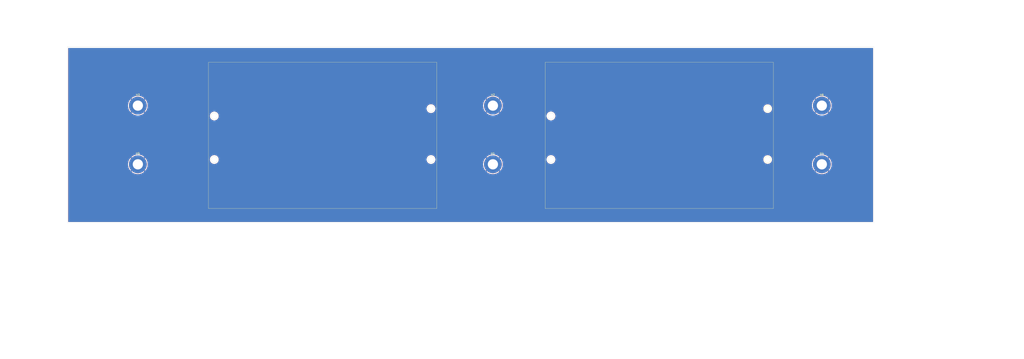
<source format=kicad_pcb>
(kicad_pcb (version 20171130) (host pcbnew "(5.1.10)-1")

  (general
    (thickness 1.6)
    (drawings 26)
    (tracks 0)
    (zones 0)
    (modules 6)
    (nets 2)
  )

  (page A4)
  (layers
    (0 F.Cu signal)
    (31 B.Cu signal)
    (32 B.Adhes user)
    (33 F.Adhes user)
    (34 B.Paste user)
    (35 F.Paste user)
    (36 B.SilkS user)
    (37 F.SilkS user)
    (38 B.Mask user)
    (39 F.Mask user)
    (40 Dwgs.User user)
    (41 Cmts.User user)
    (42 Eco1.User user)
    (43 Eco2.User user)
    (44 Edge.Cuts user)
    (45 Margin user)
    (46 B.CrtYd user)
    (47 F.CrtYd user)
    (48 B.Fab user)
    (49 F.Fab user)
  )

  (setup
    (last_trace_width 0.25)
    (trace_clearance 0.2)
    (zone_clearance 0.508)
    (zone_45_only no)
    (trace_min 0.2)
    (via_size 0.8)
    (via_drill 0.4)
    (via_min_size 0.4)
    (via_min_drill 0.3)
    (uvia_size 0.3)
    (uvia_drill 0.1)
    (uvias_allowed no)
    (uvia_min_size 0.2)
    (uvia_min_drill 0.1)
    (edge_width 0.05)
    (segment_width 0.2)
    (pcb_text_width 0.3)
    (pcb_text_size 1.5 1.5)
    (mod_edge_width 0.12)
    (mod_text_size 1 1)
    (mod_text_width 0.15)
    (pad_size 1.524 1.524)
    (pad_drill 0.762)
    (pad_to_mask_clearance 0)
    (aux_axis_origin 0 0)
    (visible_elements FFFFFF7F)
    (pcbplotparams
      (layerselection 0x010fc_ffffffff)
      (usegerberextensions false)
      (usegerberattributes true)
      (usegerberadvancedattributes true)
      (creategerberjobfile true)
      (excludeedgelayer true)
      (linewidth 0.100000)
      (plotframeref false)
      (viasonmask false)
      (mode 1)
      (useauxorigin false)
      (hpglpennumber 1)
      (hpglpenspeed 20)
      (hpglpendiameter 15.000000)
      (psnegative false)
      (psa4output false)
      (plotreference true)
      (plotvalue true)
      (plotinvisibletext false)
      (padsonsilk false)
      (subtractmaskfromsilk false)
      (outputformat 1)
      (mirror false)
      (drillshape 0)
      (scaleselection 1)
      (outputdirectory "gerber/"))
  )

  (net 0 "")
  (net 1 GND)

  (net_class Default "This is the default net class."
    (clearance 0.2)
    (trace_width 0.25)
    (via_dia 0.8)
    (via_drill 0.4)
    (uvia_dia 0.3)
    (uvia_drill 0.1)
    (add_net GND)
  )

  (module MountingHole:MountingHole_5.3mm_M5_DIN965_Pad (layer F.Cu) (tedit 56D1B4CB) (tstamp 6374BD90)
    (at 390 -60.66)
    (descr "Mounting Hole 5.3mm, M5, DIN965")
    (tags "mounting hole 5.3mm m5 din965")
    (path /637FD604)
    (attr virtual)
    (fp_text reference H6 (at 0 -5.6) (layer F.SilkS)
      (effects (font (size 1 1) (thickness 0.15)))
    )
    (fp_text value MountingHole_Pad (at 0 5.6) (layer F.Fab)
      (effects (font (size 1 1) (thickness 0.15)))
    )
    (fp_text user %R (at 0.3 0) (layer F.Fab)
      (effects (font (size 1 1) (thickness 0.15)))
    )
    (fp_circle (center 0 0) (end 4.6 0) (layer Cmts.User) (width 0.15))
    (fp_circle (center 0 0) (end 4.85 0) (layer F.CrtYd) (width 0.05))
    (pad 1 thru_hole circle (at 0 0) (size 9.2 9.2) (drill 5.3) (layers *.Cu *.Mask)
      (net 1 GND))
  )

  (module MountingHole:MountingHole_5.3mm_M5_DIN965_Pad (layer F.Cu) (tedit 56D1B4CB) (tstamp 6374BD88)
    (at 36.5 -30.33)
    (descr "Mounting Hole 5.3mm, M5, DIN965")
    (tags "mounting hole 5.3mm m5 din965")
    (path /637FD5FE)
    (attr virtual)
    (fp_text reference H5 (at 0 -5.6) (layer F.SilkS)
      (effects (font (size 1 1) (thickness 0.15)))
    )
    (fp_text value MountingHole_Pad (at 0 5.6) (layer F.Fab)
      (effects (font (size 1 1) (thickness 0.15)))
    )
    (fp_text user %R (at 0.3 0) (layer F.Fab)
      (effects (font (size 1 1) (thickness 0.15)))
    )
    (fp_circle (center 0 0) (end 4.6 0) (layer Cmts.User) (width 0.15))
    (fp_circle (center 0 0) (end 4.85 0) (layer F.CrtYd) (width 0.05))
    (pad 1 thru_hole circle (at 0 0) (size 9.2 9.2) (drill 5.3) (layers *.Cu *.Mask)
      (net 1 GND))
  )

  (module MountingHole:MountingHole_5.3mm_M5_DIN965_Pad (layer F.Cu) (tedit 56D1B4CB) (tstamp 6374BD80)
    (at 390 -30.33)
    (descr "Mounting Hole 5.3mm, M5, DIN965")
    (tags "mounting hole 5.3mm m5 din965")
    (path /637FD5F8)
    (attr virtual)
    (fp_text reference H4 (at 0 -5.6) (layer F.SilkS)
      (effects (font (size 1 1) (thickness 0.15)))
    )
    (fp_text value MountingHole_Pad (at 0 5.6) (layer F.Fab)
      (effects (font (size 1 1) (thickness 0.15)))
    )
    (fp_text user %R (at 0.3 0) (layer F.Fab)
      (effects (font (size 1 1) (thickness 0.15)))
    )
    (fp_circle (center 0 0) (end 4.6 0) (layer Cmts.User) (width 0.15))
    (fp_circle (center 0 0) (end 4.85 0) (layer F.CrtYd) (width 0.05))
    (pad 1 thru_hole circle (at 0 0) (size 9.2 9.2) (drill 5.3) (layers *.Cu *.Mask)
      (net 1 GND))
  )

  (module MountingHole:MountingHole_5.3mm_M5_DIN965_Pad (layer F.Cu) (tedit 56D1B4CB) (tstamp 6374BD78)
    (at 36.5 -60.66)
    (descr "Mounting Hole 5.3mm, M5, DIN965")
    (tags "mounting hole 5.3mm m5 din965")
    (path /637FBD27)
    (attr virtual)
    (fp_text reference H3 (at 0 -5.6) (layer F.SilkS)
      (effects (font (size 1 1) (thickness 0.15)))
    )
    (fp_text value MountingHole_Pad (at 0 5.6) (layer F.Fab)
      (effects (font (size 1 1) (thickness 0.15)))
    )
    (fp_text user %R (at 0.3 0) (layer F.Fab)
      (effects (font (size 1 1) (thickness 0.15)))
    )
    (fp_circle (center 0 0) (end 4.6 0) (layer Cmts.User) (width 0.15))
    (fp_circle (center 0 0) (end 4.85 0) (layer F.CrtYd) (width 0.05))
    (pad 1 thru_hole circle (at 0 0) (size 9.2 9.2) (drill 5.3) (layers *.Cu *.Mask)
      (net 1 GND))
  )

  (module MountingHole:MountingHole_5.3mm_M5_DIN965_Pad (layer F.Cu) (tedit 56D1B4CB) (tstamp 6374BD70)
    (at 220 -60.66)
    (descr "Mounting Hole 5.3mm, M5, DIN965")
    (tags "mounting hole 5.3mm m5 din965")
    (path /637FB564)
    (attr virtual)
    (fp_text reference H2 (at 0 -5.6) (layer F.SilkS)
      (effects (font (size 1 1) (thickness 0.15)))
    )
    (fp_text value MountingHole_Pad (at 0 5.6) (layer F.Fab)
      (effects (font (size 1 1) (thickness 0.15)))
    )
    (fp_text user %R (at 0.3 0) (layer F.Fab)
      (effects (font (size 1 1) (thickness 0.15)))
    )
    (fp_circle (center 0 0) (end 4.6 0) (layer Cmts.User) (width 0.15))
    (fp_circle (center 0 0) (end 4.85 0) (layer F.CrtYd) (width 0.05))
    (pad 1 thru_hole circle (at 0 0) (size 9.2 9.2) (drill 5.3) (layers *.Cu *.Mask)
      (net 1 GND))
  )

  (module MountingHole:MountingHole_5.3mm_M5_DIN965_Pad (layer F.Cu) (tedit 56D1B4CB) (tstamp 6374BD68)
    (at 220 -30.33)
    (descr "Mounting Hole 5.3mm, M5, DIN965")
    (tags "mounting hole 5.3mm m5 din965")
    (path /637FA493)
    (attr virtual)
    (fp_text reference H1 (at 0 -5.6) (layer F.SilkS)
      (effects (font (size 1 1) (thickness 0.15)))
    )
    (fp_text value MountingHole_Pad (at 0 5.6) (layer F.Fab)
      (effects (font (size 1 1) (thickness 0.15)))
    )
    (fp_text user %R (at 0.3 0) (layer F.Fab)
      (effects (font (size 1 1) (thickness 0.15)))
    )
    (fp_circle (center 0 0) (end 4.6 0) (layer Cmts.User) (width 0.15))
    (fp_circle (center 0 0) (end 4.85 0) (layer F.CrtYd) (width 0.05))
    (pad 1 thru_hole circle (at 0 0) (size 9.2 9.2) (drill 5.3) (layers *.Cu *.Mask)
      (net 1 GND))
  )

  (gr_poly (pts (xy 2 0) (xy 0 0) (xy 0 -91) (xy 2 -91)) (layer F.Mask) (width 0.1))
  (gr_poly (pts (xy 417 0) (xy 415 0) (xy 415 -91) (xy 417 -91)) (layer F.Mask) (width 0.1))
  (gr_poly (pts (xy 365 -7.5) (xy 247 -7.5) (xy 247 -83) (xy 365 -83)) (layer F.Mask) (width 0.1))
  (gr_poly (pts (xy 191 -7.5) (xy 73 -7.5) (xy 73 -83) (xy 191 -83)) (layer F.Mask) (width 0.1))
  (gr_circle (center 362 -32.8) (end 363.75 -32.8) (layer Edge.Cuts) (width 0.05) (tstamp 6374BF7A))
  (gr_circle (center 362 -59.1) (end 363.75 -59.1) (layer Edge.Cuts) (width 0.05))
  (gr_circle (center 76 -32.8) (end 77.75 -32.8) (layer Edge.Cuts) (width 0.12) (tstamp 6374BF0C))
  (gr_circle (center 188 -59.1) (end 189.75 -59.1) (layer Edge.Cuts) (width 0.12) (tstamp 6374BF03))
  (gr_circle (center 188 -32.8) (end 189.75 -32.8) (layer Edge.Cuts) (width 0.12) (tstamp 6374BF09))
  (gr_circle (center 76 -55.3) (end 77.75 -55.3) (layer Edge.Cuts) (width 0.12) (tstamp 6374BF0F))
  (gr_line (start 73 -7.5) (end 191 -7.5) (layer F.SilkS) (width 0.12) (tstamp 6374BF00))
  (gr_line (start 191 -83) (end 191 -7.5) (layer F.SilkS) (width 0.12) (tstamp 6374BF12))
  (gr_line (start 73 -83) (end 73 -7.5) (layer F.SilkS) (width 0.12) (tstamp 6374BEFD))
  (gr_line (start 73 -83) (end 191 -83) (layer F.SilkS) (width 0.12) (tstamp 6374BF06))
  (gr_circle (center 250 -55.3) (end 251.75 -55.3) (layer Edge.Cuts) (width 0.12) (tstamp 6374BE63))
  (gr_circle (center 250 -32.8) (end 251.75 -32.8) (layer Edge.Cuts) (width 0.12) (tstamp 6374BE63))
  (gr_circle (center 362 -59.1) (end 363.75 -59.1) (layer F.SilkS) (width 0.12) (tstamp 6374BE1A))
  (gr_circle (center 362 -32.8) (end 363.75 -32.8) (layer F.SilkS) (width 0.12) (tstamp 6374BE03))
  (gr_line (start 247 -7.5) (end 365 -7.5) (layer F.SilkS) (width 0.12) (tstamp 6374BDE6))
  (gr_line (start 247 -83) (end 247 -7.5) (layer F.SilkS) (width 0.12) (tstamp 6374BDE1))
  (gr_line (start 365 -83) (end 365 -7.5) (layer F.SilkS) (width 0.12))
  (gr_line (start 247 -83) (end 365 -83) (layer F.SilkS) (width 0.12))
  (gr_line (start 0 0) (end 0 -91) (layer Edge.Cuts) (width 0.05) (tstamp 6374195A))
  (gr_line (start 0 0) (end 417 0) (layer Edge.Cuts) (width 0.05) (tstamp 63741959))
  (gr_line (start 417 0) (end 417 -91) (layer Edge.Cuts) (width 0.05) (tstamp 63741958))
  (gr_line (start 0 -91) (end 417 -91) (layer Edge.Cuts) (width 0.1) (tstamp 63741957))

  (zone (net 1) (net_name GND) (layer F.Cu) (tstamp 6374C1F7) (hatch edge 0.508)
    (connect_pads (clearance 0.508))
    (min_thickness 0.254)
    (fill yes (arc_segments 32) (thermal_gap 0.508) (thermal_bridge_width 0.508))
    (polygon
      (pts
        (xy 494.5 68) (xy -25.75 68) (xy -25.75 -112) (xy 494.5 -112)
      )
    )
    (filled_polygon
      (pts
        (xy 416.34 -0.66) (xy 0.66 -0.66) (xy 0.66 -26.633954) (xy 32.983559 -26.633954) (xy 33.511702 -26.000895)
        (xy 34.413688 -25.501089) (xy 35.39585 -25.186856) (xy 36.420443 -25.070271) (xy 37.448094 -25.155814) (xy 38.43931 -25.440199)
        (xy 39.356 -25.912496) (xy 39.488298 -26.000895) (xy 40.016441 -26.633954) (xy 216.483559 -26.633954) (xy 217.011702 -26.000895)
        (xy 217.913688 -25.501089) (xy 218.89585 -25.186856) (xy 219.920443 -25.070271) (xy 220.948094 -25.155814) (xy 221.93931 -25.440199)
        (xy 222.856 -25.912496) (xy 222.988298 -26.000895) (xy 223.516441 -26.633954) (xy 386.483559 -26.633954) (xy 387.011702 -26.000895)
        (xy 387.913688 -25.501089) (xy 388.89585 -25.186856) (xy 389.920443 -25.070271) (xy 390.948094 -25.155814) (xy 391.93931 -25.440199)
        (xy 392.856 -25.912496) (xy 392.988298 -26.000895) (xy 393.516441 -26.633954) (xy 390 -30.150395) (xy 386.483559 -26.633954)
        (xy 223.516441 -26.633954) (xy 220 -30.150395) (xy 216.483559 -26.633954) (xy 40.016441 -26.633954) (xy 36.5 -30.150395)
        (xy 32.983559 -26.633954) (xy 0.66 -26.633954) (xy 0.66 -30.409557) (xy 31.240271 -30.409557) (xy 31.325814 -29.381906)
        (xy 31.610199 -28.39069) (xy 32.082496 -27.474) (xy 32.170895 -27.341702) (xy 32.803954 -26.813559) (xy 36.320395 -30.33)
        (xy 36.679605 -30.33) (xy 40.196046 -26.813559) (xy 40.829105 -27.341702) (xy 41.328911 -28.243688) (xy 41.643144 -29.22585)
        (xy 41.759729 -30.250443) (xy 41.674186 -31.278094) (xy 41.389801 -32.26931) (xy 40.991896 -33.041612) (xy 73.54687 -33.041612)
        (xy 73.54687 -32.558388) (xy 73.641142 -32.084448) (xy 73.826064 -31.638007) (xy 74.094529 -31.236221) (xy 74.436221 -30.894529)
        (xy 74.838007 -30.626064) (xy 75.284448 -30.441142) (xy 75.758388 -30.34687) (xy 76.241612 -30.34687) (xy 76.715552 -30.441142)
        (xy 77.161993 -30.626064) (xy 77.563779 -30.894529) (xy 77.905471 -31.236221) (xy 78.173936 -31.638007) (xy 78.358858 -32.084448)
        (xy 78.45313 -32.558388) (xy 78.45313 -33.041612) (xy 185.54687 -33.041612) (xy 185.54687 -32.558388) (xy 185.641142 -32.084448)
        (xy 185.826064 -31.638007) (xy 186.094529 -31.236221) (xy 186.436221 -30.894529) (xy 186.838007 -30.626064) (xy 187.284448 -30.441142)
        (xy 187.758388 -30.34687) (xy 188.241612 -30.34687) (xy 188.556762 -30.409557) (xy 214.740271 -30.409557) (xy 214.825814 -29.381906)
        (xy 215.110199 -28.39069) (xy 215.582496 -27.474) (xy 215.670895 -27.341702) (xy 216.303954 -26.813559) (xy 219.820395 -30.33)
        (xy 220.179605 -30.33) (xy 223.696046 -26.813559) (xy 224.329105 -27.341702) (xy 224.828911 -28.243688) (xy 225.143144 -29.22585)
        (xy 225.259729 -30.250443) (xy 225.174186 -31.278094) (xy 224.889801 -32.26931) (xy 224.491896 -33.041612) (xy 247.54687 -33.041612)
        (xy 247.54687 -32.558388) (xy 247.641142 -32.084448) (xy 247.826064 -31.638007) (xy 248.094529 -31.236221) (xy 248.436221 -30.894529)
        (xy 248.838007 -30.626064) (xy 249.284448 -30.441142) (xy 249.758388 -30.34687) (xy 250.241612 -30.34687) (xy 250.715552 -30.441142)
        (xy 251.161993 -30.626064) (xy 251.563779 -30.894529) (xy 251.905471 -31.236221) (xy 252.173936 -31.638007) (xy 252.358858 -32.084448)
        (xy 252.45313 -32.558388) (xy 252.45313 -33.038182) (xy 359.581701 -33.038182) (xy 359.581701 -32.561818) (xy 359.674635 -32.094608)
        (xy 359.856931 -31.654506) (xy 360.121585 -31.258424) (xy 360.458424 -30.921585) (xy 360.854506 -30.656931) (xy 361.294608 -30.474635)
        (xy 361.761818 -30.381701) (xy 362.238182 -30.381701) (xy 362.378223 -30.409557) (xy 384.740271 -30.409557) (xy 384.825814 -29.381906)
        (xy 385.110199 -28.39069) (xy 385.582496 -27.474) (xy 385.670895 -27.341702) (xy 386.303954 -26.813559) (xy 389.820395 -30.33)
        (xy 390.179605 -30.33) (xy 393.696046 -26.813559) (xy 394.329105 -27.341702) (xy 394.828911 -28.243688) (xy 395.143144 -29.22585)
        (xy 395.259729 -30.250443) (xy 395.174186 -31.278094) (xy 394.889801 -32.26931) (xy 394.417504 -33.186) (xy 394.329105 -33.318298)
        (xy 393.696046 -33.846441) (xy 390.179605 -30.33) (xy 389.820395 -30.33) (xy 386.303954 -33.846441) (xy 385.670895 -33.318298)
        (xy 385.171089 -32.416312) (xy 384.856856 -31.43415) (xy 384.740271 -30.409557) (xy 362.378223 -30.409557) (xy 362.705392 -30.474635)
        (xy 363.145494 -30.656931) (xy 363.541576 -30.921585) (xy 363.878415 -31.258424) (xy 364.143069 -31.654506) (xy 364.325365 -32.094608)
        (xy 364.418299 -32.561818) (xy 364.418299 -33.038182) (xy 364.325365 -33.505392) (xy 364.143069 -33.945494) (xy 364.089246 -34.026046)
        (xy 386.483559 -34.026046) (xy 390 -30.509605) (xy 393.516441 -34.026046) (xy 392.988298 -34.659105) (xy 392.086312 -35.158911)
        (xy 391.10415 -35.473144) (xy 390.079557 -35.589729) (xy 389.051906 -35.504186) (xy 388.06069 -35.219801) (xy 387.144 -34.747504)
        (xy 387.011702 -34.659105) (xy 386.483559 -34.026046) (xy 364.089246 -34.026046) (xy 363.878415 -34.341576) (xy 363.541576 -34.678415)
        (xy 363.145494 -34.943069) (xy 362.705392 -35.125365) (xy 362.238182 -35.218299) (xy 361.761818 -35.218299) (xy 361.294608 -35.125365)
        (xy 360.854506 -34.943069) (xy 360.458424 -34.678415) (xy 360.121585 -34.341576) (xy 359.856931 -33.945494) (xy 359.674635 -33.505392)
        (xy 359.581701 -33.038182) (xy 252.45313 -33.038182) (xy 252.45313 -33.041612) (xy 252.358858 -33.515552) (xy 252.173936 -33.961993)
        (xy 251.905471 -34.363779) (xy 251.563779 -34.705471) (xy 251.161993 -34.973936) (xy 250.715552 -35.158858) (xy 250.241612 -35.25313)
        (xy 249.758388 -35.25313) (xy 249.284448 -35.158858) (xy 248.838007 -34.973936) (xy 248.436221 -34.705471) (xy 248.094529 -34.363779)
        (xy 247.826064 -33.961993) (xy 247.641142 -33.515552) (xy 247.54687 -33.041612) (xy 224.491896 -33.041612) (xy 224.417504 -33.186)
        (xy 224.329105 -33.318298) (xy 223.696046 -33.846441) (xy 220.179605 -30.33) (xy 219.820395 -30.33) (xy 216.303954 -33.846441)
        (xy 215.670895 -33.318298) (xy 215.171089 -32.416312) (xy 214.856856 -31.43415) (xy 214.740271 -30.409557) (xy 188.556762 -30.409557)
        (xy 188.715552 -30.441142) (xy 189.161993 -30.626064) (xy 189.563779 -30.894529) (xy 189.905471 -31.236221) (xy 190.173936 -31.638007)
        (xy 190.358858 -32.084448) (xy 190.45313 -32.558388) (xy 190.45313 -33.041612) (xy 190.358858 -33.515552) (xy 190.173936 -33.961993)
        (xy 190.131138 -34.026046) (xy 216.483559 -34.026046) (xy 220 -30.509605) (xy 223.516441 -34.026046) (xy 222.988298 -34.659105)
        (xy 222.086312 -35.158911) (xy 221.10415 -35.473144) (xy 220.079557 -35.589729) (xy 219.051906 -35.504186) (xy 218.06069 -35.219801)
        (xy 217.144 -34.747504) (xy 217.011702 -34.659105) (xy 216.483559 -34.026046) (xy 190.131138 -34.026046) (xy 189.905471 -34.363779)
        (xy 189.563779 -34.705471) (xy 189.161993 -34.973936) (xy 188.715552 -35.158858) (xy 188.241612 -35.25313) (xy 187.758388 -35.25313)
        (xy 187.284448 -35.158858) (xy 186.838007 -34.973936) (xy 186.436221 -34.705471) (xy 186.094529 -34.363779) (xy 185.826064 -33.961993)
        (xy 185.641142 -33.515552) (xy 185.54687 -33.041612) (xy 78.45313 -33.041612) (xy 78.358858 -33.515552) (xy 78.173936 -33.961993)
        (xy 77.905471 -34.363779) (xy 77.563779 -34.705471) (xy 77.161993 -34.973936) (xy 76.715552 -35.158858) (xy 76.241612 -35.25313)
        (xy 75.758388 -35.25313) (xy 75.284448 -35.158858) (xy 74.838007 -34.973936) (xy 74.436221 -34.705471) (xy 74.094529 -34.363779)
        (xy 73.826064 -33.961993) (xy 73.641142 -33.515552) (xy 73.54687 -33.041612) (xy 40.991896 -33.041612) (xy 40.917504 -33.186)
        (xy 40.829105 -33.318298) (xy 40.196046 -33.846441) (xy 36.679605 -30.33) (xy 36.320395 -30.33) (xy 32.803954 -33.846441)
        (xy 32.170895 -33.318298) (xy 31.671089 -32.416312) (xy 31.356856 -31.43415) (xy 31.240271 -30.409557) (xy 0.66 -30.409557)
        (xy 0.66 -34.026046) (xy 32.983559 -34.026046) (xy 36.5 -30.509605) (xy 40.016441 -34.026046) (xy 39.488298 -34.659105)
        (xy 38.586312 -35.158911) (xy 37.60415 -35.473144) (xy 36.579557 -35.589729) (xy 35.551906 -35.504186) (xy 34.56069 -35.219801)
        (xy 33.644 -34.747504) (xy 33.511702 -34.659105) (xy 32.983559 -34.026046) (xy 0.66 -34.026046) (xy 0.66 -56.963954)
        (xy 32.983559 -56.963954) (xy 33.511702 -56.330895) (xy 34.413688 -55.831089) (xy 35.39585 -55.516856) (xy 36.420443 -55.400271)
        (xy 37.448094 -55.485814) (xy 37.642576 -55.541612) (xy 73.54687 -55.541612) (xy 73.54687 -55.058388) (xy 73.641142 -54.584448)
        (xy 73.826064 -54.138007) (xy 74.094529 -53.736221) (xy 74.436221 -53.394529) (xy 74.838007 -53.126064) (xy 75.284448 -52.941142)
        (xy 75.758388 -52.84687) (xy 76.241612 -52.84687) (xy 76.715552 -52.941142) (xy 77.161993 -53.126064) (xy 77.563779 -53.394529)
        (xy 77.905471 -53.736221) (xy 78.173936 -54.138007) (xy 78.358858 -54.584448) (xy 78.45313 -55.058388) (xy 78.45313 -55.541612)
        (xy 78.358858 -56.015552) (xy 78.173936 -56.461993) (xy 77.905471 -56.863779) (xy 77.563779 -57.205471) (xy 77.161993 -57.473936)
        (xy 76.715552 -57.658858) (xy 76.241612 -57.75313) (xy 75.758388 -57.75313) (xy 75.284448 -57.658858) (xy 74.838007 -57.473936)
        (xy 74.436221 -57.205471) (xy 74.094529 -56.863779) (xy 73.826064 -56.461993) (xy 73.641142 -56.015552) (xy 73.54687 -55.541612)
        (xy 37.642576 -55.541612) (xy 38.43931 -55.770199) (xy 39.356 -56.242496) (xy 39.488298 -56.330895) (xy 40.016441 -56.963954)
        (xy 36.5 -60.480395) (xy 32.983559 -56.963954) (xy 0.66 -56.963954) (xy 0.66 -60.739557) (xy 31.240271 -60.739557)
        (xy 31.325814 -59.711906) (xy 31.610199 -58.72069) (xy 32.082496 -57.804) (xy 32.170895 -57.671702) (xy 32.803954 -57.143559)
        (xy 36.320395 -60.66) (xy 36.679605 -60.66) (xy 40.196046 -57.143559) (xy 40.829105 -57.671702) (xy 41.328911 -58.573688)
        (xy 41.5746 -59.341612) (xy 185.54687 -59.341612) (xy 185.54687 -58.858388) (xy 185.641142 -58.384448) (xy 185.826064 -57.938007)
        (xy 186.094529 -57.536221) (xy 186.436221 -57.194529) (xy 186.838007 -56.926064) (xy 187.284448 -56.741142) (xy 187.758388 -56.64687)
        (xy 188.241612 -56.64687) (xy 188.715552 -56.741142) (xy 189.161993 -56.926064) (xy 189.218699 -56.963954) (xy 216.483559 -56.963954)
        (xy 217.011702 -56.330895) (xy 217.913688 -55.831089) (xy 218.89585 -55.516856) (xy 219.920443 -55.400271) (xy 220.948094 -55.485814)
        (xy 221.142576 -55.541612) (xy 247.54687 -55.541612) (xy 247.54687 -55.058388) (xy 247.641142 -54.584448) (xy 247.826064 -54.138007)
        (xy 248.094529 -53.736221) (xy 248.436221 -53.394529) (xy 248.838007 -53.126064) (xy 249.284448 -52.941142) (xy 249.758388 -52.84687)
        (xy 250.241612 -52.84687) (xy 250.715552 -52.941142) (xy 251.161993 -53.126064) (xy 251.563779 -53.394529) (xy 251.905471 -53.736221)
        (xy 252.173936 -54.138007) (xy 252.358858 -54.584448) (xy 252.45313 -55.058388) (xy 252.45313 -55.541612) (xy 252.358858 -56.015552)
        (xy 252.173936 -56.461993) (xy 251.905471 -56.863779) (xy 251.563779 -57.205471) (xy 251.161993 -57.473936) (xy 250.715552 -57.658858)
        (xy 250.241612 -57.75313) (xy 249.758388 -57.75313) (xy 249.284448 -57.658858) (xy 248.838007 -57.473936) (xy 248.436221 -57.205471)
        (xy 248.094529 -56.863779) (xy 247.826064 -56.461993) (xy 247.641142 -56.015552) (xy 247.54687 -55.541612) (xy 221.142576 -55.541612)
        (xy 221.93931 -55.770199) (xy 222.856 -56.242496) (xy 222.988298 -56.330895) (xy 223.516441 -56.963954) (xy 220 -60.480395)
        (xy 216.483559 -56.963954) (xy 189.218699 -56.963954) (xy 189.563779 -57.194529) (xy 189.905471 -57.536221) (xy 190.173936 -57.938007)
        (xy 190.358858 -58.384448) (xy 190.45313 -58.858388) (xy 190.45313 -59.341612) (xy 190.358858 -59.815552) (xy 190.173936 -60.261993)
        (xy 189.905471 -60.663779) (xy 189.829693 -60.739557) (xy 214.740271 -60.739557) (xy 214.825814 -59.711906) (xy 215.110199 -58.72069)
        (xy 215.582496 -57.804) (xy 215.670895 -57.671702) (xy 216.303954 -57.143559) (xy 219.820395 -60.66) (xy 220.179605 -60.66)
        (xy 223.696046 -57.143559) (xy 224.329105 -57.671702) (xy 224.828911 -58.573688) (xy 225.073503 -59.338182) (xy 359.581701 -59.338182)
        (xy 359.581701 -58.861818) (xy 359.674635 -58.394608) (xy 359.856931 -57.954506) (xy 360.121585 -57.558424) (xy 360.458424 -57.221585)
        (xy 360.854506 -56.956931) (xy 361.294608 -56.774635) (xy 361.761818 -56.681701) (xy 362.238182 -56.681701) (xy 362.705392 -56.774635)
        (xy 363.145494 -56.956931) (xy 363.156004 -56.963954) (xy 386.483559 -56.963954) (xy 387.011702 -56.330895) (xy 387.913688 -55.831089)
        (xy 388.89585 -55.516856) (xy 389.920443 -55.400271) (xy 390.948094 -55.485814) (xy 391.93931 -55.770199) (xy 392.856 -56.242496)
        (xy 392.988298 -56.330895) (xy 393.516441 -56.963954) (xy 390 -60.480395) (xy 386.483559 -56.963954) (xy 363.156004 -56.963954)
        (xy 363.541576 -57.221585) (xy 363.878415 -57.558424) (xy 364.143069 -57.954506) (xy 364.325365 -58.394608) (xy 364.418299 -58.861818)
        (xy 364.418299 -59.338182) (xy 364.325365 -59.805392) (xy 364.143069 -60.245494) (xy 363.878415 -60.641576) (xy 363.780434 -60.739557)
        (xy 384.740271 -60.739557) (xy 384.825814 -59.711906) (xy 385.110199 -58.72069) (xy 385.582496 -57.804) (xy 385.670895 -57.671702)
        (xy 386.303954 -57.143559) (xy 389.820395 -60.66) (xy 390.179605 -60.66) (xy 393.696046 -57.143559) (xy 394.329105 -57.671702)
        (xy 394.828911 -58.573688) (xy 395.143144 -59.55585) (xy 395.259729 -60.580443) (xy 395.174186 -61.608094) (xy 394.889801 -62.59931)
        (xy 394.417504 -63.516) (xy 394.329105 -63.648298) (xy 393.696046 -64.176441) (xy 390.179605 -60.66) (xy 389.820395 -60.66)
        (xy 386.303954 -64.176441) (xy 385.670895 -63.648298) (xy 385.171089 -62.746312) (xy 384.856856 -61.76415) (xy 384.740271 -60.739557)
        (xy 363.780434 -60.739557) (xy 363.541576 -60.978415) (xy 363.145494 -61.243069) (xy 362.705392 -61.425365) (xy 362.238182 -61.518299)
        (xy 361.761818 -61.518299) (xy 361.294608 -61.425365) (xy 360.854506 -61.243069) (xy 360.458424 -60.978415) (xy 360.121585 -60.641576)
        (xy 359.856931 -60.245494) (xy 359.674635 -59.805392) (xy 359.581701 -59.338182) (xy 225.073503 -59.338182) (xy 225.143144 -59.55585)
        (xy 225.259729 -60.580443) (xy 225.174186 -61.608094) (xy 224.889801 -62.59931) (xy 224.417504 -63.516) (xy 224.329105 -63.648298)
        (xy 223.696046 -64.176441) (xy 220.179605 -60.66) (xy 219.820395 -60.66) (xy 216.303954 -64.176441) (xy 215.670895 -63.648298)
        (xy 215.171089 -62.746312) (xy 214.856856 -61.76415) (xy 214.740271 -60.739557) (xy 189.829693 -60.739557) (xy 189.563779 -61.005471)
        (xy 189.161993 -61.273936) (xy 188.715552 -61.458858) (xy 188.241612 -61.55313) (xy 187.758388 -61.55313) (xy 187.284448 -61.458858)
        (xy 186.838007 -61.273936) (xy 186.436221 -61.005471) (xy 186.094529 -60.663779) (xy 185.826064 -60.261993) (xy 185.641142 -59.815552)
        (xy 185.54687 -59.341612) (xy 41.5746 -59.341612) (xy 41.643144 -59.55585) (xy 41.759729 -60.580443) (xy 41.674186 -61.608094)
        (xy 41.389801 -62.59931) (xy 40.917504 -63.516) (xy 40.829105 -63.648298) (xy 40.196046 -64.176441) (xy 36.679605 -60.66)
        (xy 36.320395 -60.66) (xy 32.803954 -64.176441) (xy 32.170895 -63.648298) (xy 31.671089 -62.746312) (xy 31.356856 -61.76415)
        (xy 31.240271 -60.739557) (xy 0.66 -60.739557) (xy 0.66 -64.356046) (xy 32.983559 -64.356046) (xy 36.5 -60.839605)
        (xy 40.016441 -64.356046) (xy 216.483559 -64.356046) (xy 220 -60.839605) (xy 223.516441 -64.356046) (xy 386.483559 -64.356046)
        (xy 390 -60.839605) (xy 393.516441 -64.356046) (xy 392.988298 -64.989105) (xy 392.086312 -65.488911) (xy 391.10415 -65.803144)
        (xy 390.079557 -65.919729) (xy 389.051906 -65.834186) (xy 388.06069 -65.549801) (xy 387.144 -65.077504) (xy 387.011702 -64.989105)
        (xy 386.483559 -64.356046) (xy 223.516441 -64.356046) (xy 222.988298 -64.989105) (xy 222.086312 -65.488911) (xy 221.10415 -65.803144)
        (xy 220.079557 -65.919729) (xy 219.051906 -65.834186) (xy 218.06069 -65.549801) (xy 217.144 -65.077504) (xy 217.011702 -64.989105)
        (xy 216.483559 -64.356046) (xy 40.016441 -64.356046) (xy 39.488298 -64.989105) (xy 38.586312 -65.488911) (xy 37.60415 -65.803144)
        (xy 36.579557 -65.919729) (xy 35.551906 -65.834186) (xy 34.56069 -65.549801) (xy 33.644 -65.077504) (xy 33.511702 -64.989105)
        (xy 32.983559 -64.356046) (xy 0.66 -64.356046) (xy 0.66 -90.315) (xy 416.340001 -90.315)
      )
    )
  )
  (zone (net 1) (net_name GND) (layer B.Cu) (tstamp 6374C1F4) (hatch edge 0.508)
    (connect_pads (clearance 0.508))
    (min_thickness 0.254)
    (fill yes (arc_segments 32) (thermal_gap 0.508) (thermal_bridge_width 0.508))
    (polygon
      (pts
        (xy 491.5 70.25) (xy -34.75 70.25) (xy -25.75 -115.25) (xy 491.5 -115.25)
      )
    )
    (filled_polygon
      (pts
        (xy 416.34 -0.66) (xy 0.66 -0.66) (xy 0.66 -26.633954) (xy 32.983559 -26.633954) (xy 33.511702 -26.000895)
        (xy 34.413688 -25.501089) (xy 35.39585 -25.186856) (xy 36.420443 -25.070271) (xy 37.448094 -25.155814) (xy 38.43931 -25.440199)
        (xy 39.356 -25.912496) (xy 39.488298 -26.000895) (xy 40.016441 -26.633954) (xy 216.483559 -26.633954) (xy 217.011702 -26.000895)
        (xy 217.913688 -25.501089) (xy 218.89585 -25.186856) (xy 219.920443 -25.070271) (xy 220.948094 -25.155814) (xy 221.93931 -25.440199)
        (xy 222.856 -25.912496) (xy 222.988298 -26.000895) (xy 223.516441 -26.633954) (xy 386.483559 -26.633954) (xy 387.011702 -26.000895)
        (xy 387.913688 -25.501089) (xy 388.89585 -25.186856) (xy 389.920443 -25.070271) (xy 390.948094 -25.155814) (xy 391.93931 -25.440199)
        (xy 392.856 -25.912496) (xy 392.988298 -26.000895) (xy 393.516441 -26.633954) (xy 390 -30.150395) (xy 386.483559 -26.633954)
        (xy 223.516441 -26.633954) (xy 220 -30.150395) (xy 216.483559 -26.633954) (xy 40.016441 -26.633954) (xy 36.5 -30.150395)
        (xy 32.983559 -26.633954) (xy 0.66 -26.633954) (xy 0.66 -30.409557) (xy 31.240271 -30.409557) (xy 31.325814 -29.381906)
        (xy 31.610199 -28.39069) (xy 32.082496 -27.474) (xy 32.170895 -27.341702) (xy 32.803954 -26.813559) (xy 36.320395 -30.33)
        (xy 36.679605 -30.33) (xy 40.196046 -26.813559) (xy 40.829105 -27.341702) (xy 41.328911 -28.243688) (xy 41.643144 -29.22585)
        (xy 41.759729 -30.250443) (xy 41.674186 -31.278094) (xy 41.389801 -32.26931) (xy 40.991896 -33.041612) (xy 73.54687 -33.041612)
        (xy 73.54687 -32.558388) (xy 73.641142 -32.084448) (xy 73.826064 -31.638007) (xy 74.094529 -31.236221) (xy 74.436221 -30.894529)
        (xy 74.838007 -30.626064) (xy 75.284448 -30.441142) (xy 75.758388 -30.34687) (xy 76.241612 -30.34687) (xy 76.715552 -30.441142)
        (xy 77.161993 -30.626064) (xy 77.563779 -30.894529) (xy 77.905471 -31.236221) (xy 78.173936 -31.638007) (xy 78.358858 -32.084448)
        (xy 78.45313 -32.558388) (xy 78.45313 -33.041612) (xy 185.54687 -33.041612) (xy 185.54687 -32.558388) (xy 185.641142 -32.084448)
        (xy 185.826064 -31.638007) (xy 186.094529 -31.236221) (xy 186.436221 -30.894529) (xy 186.838007 -30.626064) (xy 187.284448 -30.441142)
        (xy 187.758388 -30.34687) (xy 188.241612 -30.34687) (xy 188.556762 -30.409557) (xy 214.740271 -30.409557) (xy 214.825814 -29.381906)
        (xy 215.110199 -28.39069) (xy 215.582496 -27.474) (xy 215.670895 -27.341702) (xy 216.303954 -26.813559) (xy 219.820395 -30.33)
        (xy 220.179605 -30.33) (xy 223.696046 -26.813559) (xy 224.329105 -27.341702) (xy 224.828911 -28.243688) (xy 225.143144 -29.22585)
        (xy 225.259729 -30.250443) (xy 225.174186 -31.278094) (xy 224.889801 -32.26931) (xy 224.491896 -33.041612) (xy 247.54687 -33.041612)
        (xy 247.54687 -32.558388) (xy 247.641142 -32.084448) (xy 247.826064 -31.638007) (xy 248.094529 -31.236221) (xy 248.436221 -30.894529)
        (xy 248.838007 -30.626064) (xy 249.284448 -30.441142) (xy 249.758388 -30.34687) (xy 250.241612 -30.34687) (xy 250.715552 -30.441142)
        (xy 251.161993 -30.626064) (xy 251.563779 -30.894529) (xy 251.905471 -31.236221) (xy 252.173936 -31.638007) (xy 252.358858 -32.084448)
        (xy 252.45313 -32.558388) (xy 252.45313 -33.038182) (xy 359.581701 -33.038182) (xy 359.581701 -32.561818) (xy 359.674635 -32.094608)
        (xy 359.856931 -31.654506) (xy 360.121585 -31.258424) (xy 360.458424 -30.921585) (xy 360.854506 -30.656931) (xy 361.294608 -30.474635)
        (xy 361.761818 -30.381701) (xy 362.238182 -30.381701) (xy 362.378223 -30.409557) (xy 384.740271 -30.409557) (xy 384.825814 -29.381906)
        (xy 385.110199 -28.39069) (xy 385.582496 -27.474) (xy 385.670895 -27.341702) (xy 386.303954 -26.813559) (xy 389.820395 -30.33)
        (xy 390.179605 -30.33) (xy 393.696046 -26.813559) (xy 394.329105 -27.341702) (xy 394.828911 -28.243688) (xy 395.143144 -29.22585)
        (xy 395.259729 -30.250443) (xy 395.174186 -31.278094) (xy 394.889801 -32.26931) (xy 394.417504 -33.186) (xy 394.329105 -33.318298)
        (xy 393.696046 -33.846441) (xy 390.179605 -30.33) (xy 389.820395 -30.33) (xy 386.303954 -33.846441) (xy 385.670895 -33.318298)
        (xy 385.171089 -32.416312) (xy 384.856856 -31.43415) (xy 384.740271 -30.409557) (xy 362.378223 -30.409557) (xy 362.705392 -30.474635)
        (xy 363.145494 -30.656931) (xy 363.541576 -30.921585) (xy 363.878415 -31.258424) (xy 364.143069 -31.654506) (xy 364.325365 -32.094608)
        (xy 364.418299 -32.561818) (xy 364.418299 -33.038182) (xy 364.325365 -33.505392) (xy 364.143069 -33.945494) (xy 364.089246 -34.026046)
        (xy 386.483559 -34.026046) (xy 390 -30.509605) (xy 393.516441 -34.026046) (xy 392.988298 -34.659105) (xy 392.086312 -35.158911)
        (xy 391.10415 -35.473144) (xy 390.079557 -35.589729) (xy 389.051906 -35.504186) (xy 388.06069 -35.219801) (xy 387.144 -34.747504)
        (xy 387.011702 -34.659105) (xy 386.483559 -34.026046) (xy 364.089246 -34.026046) (xy 363.878415 -34.341576) (xy 363.541576 -34.678415)
        (xy 363.145494 -34.943069) (xy 362.705392 -35.125365) (xy 362.238182 -35.218299) (xy 361.761818 -35.218299) (xy 361.294608 -35.125365)
        (xy 360.854506 -34.943069) (xy 360.458424 -34.678415) (xy 360.121585 -34.341576) (xy 359.856931 -33.945494) (xy 359.674635 -33.505392)
        (xy 359.581701 -33.038182) (xy 252.45313 -33.038182) (xy 252.45313 -33.041612) (xy 252.358858 -33.515552) (xy 252.173936 -33.961993)
        (xy 251.905471 -34.363779) (xy 251.563779 -34.705471) (xy 251.161993 -34.973936) (xy 250.715552 -35.158858) (xy 250.241612 -35.25313)
        (xy 249.758388 -35.25313) (xy 249.284448 -35.158858) (xy 248.838007 -34.973936) (xy 248.436221 -34.705471) (xy 248.094529 -34.363779)
        (xy 247.826064 -33.961993) (xy 247.641142 -33.515552) (xy 247.54687 -33.041612) (xy 224.491896 -33.041612) (xy 224.417504 -33.186)
        (xy 224.329105 -33.318298) (xy 223.696046 -33.846441) (xy 220.179605 -30.33) (xy 219.820395 -30.33) (xy 216.303954 -33.846441)
        (xy 215.670895 -33.318298) (xy 215.171089 -32.416312) (xy 214.856856 -31.43415) (xy 214.740271 -30.409557) (xy 188.556762 -30.409557)
        (xy 188.715552 -30.441142) (xy 189.161993 -30.626064) (xy 189.563779 -30.894529) (xy 189.905471 -31.236221) (xy 190.173936 -31.638007)
        (xy 190.358858 -32.084448) (xy 190.45313 -32.558388) (xy 190.45313 -33.041612) (xy 190.358858 -33.515552) (xy 190.173936 -33.961993)
        (xy 190.131138 -34.026046) (xy 216.483559 -34.026046) (xy 220 -30.509605) (xy 223.516441 -34.026046) (xy 222.988298 -34.659105)
        (xy 222.086312 -35.158911) (xy 221.10415 -35.473144) (xy 220.079557 -35.589729) (xy 219.051906 -35.504186) (xy 218.06069 -35.219801)
        (xy 217.144 -34.747504) (xy 217.011702 -34.659105) (xy 216.483559 -34.026046) (xy 190.131138 -34.026046) (xy 189.905471 -34.363779)
        (xy 189.563779 -34.705471) (xy 189.161993 -34.973936) (xy 188.715552 -35.158858) (xy 188.241612 -35.25313) (xy 187.758388 -35.25313)
        (xy 187.284448 -35.158858) (xy 186.838007 -34.973936) (xy 186.436221 -34.705471) (xy 186.094529 -34.363779) (xy 185.826064 -33.961993)
        (xy 185.641142 -33.515552) (xy 185.54687 -33.041612) (xy 78.45313 -33.041612) (xy 78.358858 -33.515552) (xy 78.173936 -33.961993)
        (xy 77.905471 -34.363779) (xy 77.563779 -34.705471) (xy 77.161993 -34.973936) (xy 76.715552 -35.158858) (xy 76.241612 -35.25313)
        (xy 75.758388 -35.25313) (xy 75.284448 -35.158858) (xy 74.838007 -34.973936) (xy 74.436221 -34.705471) (xy 74.094529 -34.363779)
        (xy 73.826064 -33.961993) (xy 73.641142 -33.515552) (xy 73.54687 -33.041612) (xy 40.991896 -33.041612) (xy 40.917504 -33.186)
        (xy 40.829105 -33.318298) (xy 40.196046 -33.846441) (xy 36.679605 -30.33) (xy 36.320395 -30.33) (xy 32.803954 -33.846441)
        (xy 32.170895 -33.318298) (xy 31.671089 -32.416312) (xy 31.356856 -31.43415) (xy 31.240271 -30.409557) (xy 0.66 -30.409557)
        (xy 0.66 -34.026046) (xy 32.983559 -34.026046) (xy 36.5 -30.509605) (xy 40.016441 -34.026046) (xy 39.488298 -34.659105)
        (xy 38.586312 -35.158911) (xy 37.60415 -35.473144) (xy 36.579557 -35.589729) (xy 35.551906 -35.504186) (xy 34.56069 -35.219801)
        (xy 33.644 -34.747504) (xy 33.511702 -34.659105) (xy 32.983559 -34.026046) (xy 0.66 -34.026046) (xy 0.66 -56.963954)
        (xy 32.983559 -56.963954) (xy 33.511702 -56.330895) (xy 34.413688 -55.831089) (xy 35.39585 -55.516856) (xy 36.420443 -55.400271)
        (xy 37.448094 -55.485814) (xy 37.642576 -55.541612) (xy 73.54687 -55.541612) (xy 73.54687 -55.058388) (xy 73.641142 -54.584448)
        (xy 73.826064 -54.138007) (xy 74.094529 -53.736221) (xy 74.436221 -53.394529) (xy 74.838007 -53.126064) (xy 75.284448 -52.941142)
        (xy 75.758388 -52.84687) (xy 76.241612 -52.84687) (xy 76.715552 -52.941142) (xy 77.161993 -53.126064) (xy 77.563779 -53.394529)
        (xy 77.905471 -53.736221) (xy 78.173936 -54.138007) (xy 78.358858 -54.584448) (xy 78.45313 -55.058388) (xy 78.45313 -55.541612)
        (xy 78.358858 -56.015552) (xy 78.173936 -56.461993) (xy 77.905471 -56.863779) (xy 77.563779 -57.205471) (xy 77.161993 -57.473936)
        (xy 76.715552 -57.658858) (xy 76.241612 -57.75313) (xy 75.758388 -57.75313) (xy 75.284448 -57.658858) (xy 74.838007 -57.473936)
        (xy 74.436221 -57.205471) (xy 74.094529 -56.863779) (xy 73.826064 -56.461993) (xy 73.641142 -56.015552) (xy 73.54687 -55.541612)
        (xy 37.642576 -55.541612) (xy 38.43931 -55.770199) (xy 39.356 -56.242496) (xy 39.488298 -56.330895) (xy 40.016441 -56.963954)
        (xy 36.5 -60.480395) (xy 32.983559 -56.963954) (xy 0.66 -56.963954) (xy 0.66 -60.739557) (xy 31.240271 -60.739557)
        (xy 31.325814 -59.711906) (xy 31.610199 -58.72069) (xy 32.082496 -57.804) (xy 32.170895 -57.671702) (xy 32.803954 -57.143559)
        (xy 36.320395 -60.66) (xy 36.679605 -60.66) (xy 40.196046 -57.143559) (xy 40.829105 -57.671702) (xy 41.328911 -58.573688)
        (xy 41.5746 -59.341612) (xy 185.54687 -59.341612) (xy 185.54687 -58.858388) (xy 185.641142 -58.384448) (xy 185.826064 -57.938007)
        (xy 186.094529 -57.536221) (xy 186.436221 -57.194529) (xy 186.838007 -56.926064) (xy 187.284448 -56.741142) (xy 187.758388 -56.64687)
        (xy 188.241612 -56.64687) (xy 188.715552 -56.741142) (xy 189.161993 -56.926064) (xy 189.218699 -56.963954) (xy 216.483559 -56.963954)
        (xy 217.011702 -56.330895) (xy 217.913688 -55.831089) (xy 218.89585 -55.516856) (xy 219.920443 -55.400271) (xy 220.948094 -55.485814)
        (xy 221.142576 -55.541612) (xy 247.54687 -55.541612) (xy 247.54687 -55.058388) (xy 247.641142 -54.584448) (xy 247.826064 -54.138007)
        (xy 248.094529 -53.736221) (xy 248.436221 -53.394529) (xy 248.838007 -53.126064) (xy 249.284448 -52.941142) (xy 249.758388 -52.84687)
        (xy 250.241612 -52.84687) (xy 250.715552 -52.941142) (xy 251.161993 -53.126064) (xy 251.563779 -53.394529) (xy 251.905471 -53.736221)
        (xy 252.173936 -54.138007) (xy 252.358858 -54.584448) (xy 252.45313 -55.058388) (xy 252.45313 -55.541612) (xy 252.358858 -56.015552)
        (xy 252.173936 -56.461993) (xy 251.905471 -56.863779) (xy 251.563779 -57.205471) (xy 251.161993 -57.473936) (xy 250.715552 -57.658858)
        (xy 250.241612 -57.75313) (xy 249.758388 -57.75313) (xy 249.284448 -57.658858) (xy 248.838007 -57.473936) (xy 248.436221 -57.205471)
        (xy 248.094529 -56.863779) (xy 247.826064 -56.461993) (xy 247.641142 -56.015552) (xy 247.54687 -55.541612) (xy 221.142576 -55.541612)
        (xy 221.93931 -55.770199) (xy 222.856 -56.242496) (xy 222.988298 -56.330895) (xy 223.516441 -56.963954) (xy 220 -60.480395)
        (xy 216.483559 -56.963954) (xy 189.218699 -56.963954) (xy 189.563779 -57.194529) (xy 189.905471 -57.536221) (xy 190.173936 -57.938007)
        (xy 190.358858 -58.384448) (xy 190.45313 -58.858388) (xy 190.45313 -59.341612) (xy 190.358858 -59.815552) (xy 190.173936 -60.261993)
        (xy 189.905471 -60.663779) (xy 189.829693 -60.739557) (xy 214.740271 -60.739557) (xy 214.825814 -59.711906) (xy 215.110199 -58.72069)
        (xy 215.582496 -57.804) (xy 215.670895 -57.671702) (xy 216.303954 -57.143559) (xy 219.820395 -60.66) (xy 220.179605 -60.66)
        (xy 223.696046 -57.143559) (xy 224.329105 -57.671702) (xy 224.828911 -58.573688) (xy 225.073503 -59.338182) (xy 359.581701 -59.338182)
        (xy 359.581701 -58.861818) (xy 359.674635 -58.394608) (xy 359.856931 -57.954506) (xy 360.121585 -57.558424) (xy 360.458424 -57.221585)
        (xy 360.854506 -56.956931) (xy 361.294608 -56.774635) (xy 361.761818 -56.681701) (xy 362.238182 -56.681701) (xy 362.705392 -56.774635)
        (xy 363.145494 -56.956931) (xy 363.156004 -56.963954) (xy 386.483559 -56.963954) (xy 387.011702 -56.330895) (xy 387.913688 -55.831089)
        (xy 388.89585 -55.516856) (xy 389.920443 -55.400271) (xy 390.948094 -55.485814) (xy 391.93931 -55.770199) (xy 392.856 -56.242496)
        (xy 392.988298 -56.330895) (xy 393.516441 -56.963954) (xy 390 -60.480395) (xy 386.483559 -56.963954) (xy 363.156004 -56.963954)
        (xy 363.541576 -57.221585) (xy 363.878415 -57.558424) (xy 364.143069 -57.954506) (xy 364.325365 -58.394608) (xy 364.418299 -58.861818)
        (xy 364.418299 -59.338182) (xy 364.325365 -59.805392) (xy 364.143069 -60.245494) (xy 363.878415 -60.641576) (xy 363.780434 -60.739557)
        (xy 384.740271 -60.739557) (xy 384.825814 -59.711906) (xy 385.110199 -58.72069) (xy 385.582496 -57.804) (xy 385.670895 -57.671702)
        (xy 386.303954 -57.143559) (xy 389.820395 -60.66) (xy 390.179605 -60.66) (xy 393.696046 -57.143559) (xy 394.329105 -57.671702)
        (xy 394.828911 -58.573688) (xy 395.143144 -59.55585) (xy 395.259729 -60.580443) (xy 395.174186 -61.608094) (xy 394.889801 -62.59931)
        (xy 394.417504 -63.516) (xy 394.329105 -63.648298) (xy 393.696046 -64.176441) (xy 390.179605 -60.66) (xy 389.820395 -60.66)
        (xy 386.303954 -64.176441) (xy 385.670895 -63.648298) (xy 385.171089 -62.746312) (xy 384.856856 -61.76415) (xy 384.740271 -60.739557)
        (xy 363.780434 -60.739557) (xy 363.541576 -60.978415) (xy 363.145494 -61.243069) (xy 362.705392 -61.425365) (xy 362.238182 -61.518299)
        (xy 361.761818 -61.518299) (xy 361.294608 -61.425365) (xy 360.854506 -61.243069) (xy 360.458424 -60.978415) (xy 360.121585 -60.641576)
        (xy 359.856931 -60.245494) (xy 359.674635 -59.805392) (xy 359.581701 -59.338182) (xy 225.073503 -59.338182) (xy 225.143144 -59.55585)
        (xy 225.259729 -60.580443) (xy 225.174186 -61.608094) (xy 224.889801 -62.59931) (xy 224.417504 -63.516) (xy 224.329105 -63.648298)
        (xy 223.696046 -64.176441) (xy 220.179605 -60.66) (xy 219.820395 -60.66) (xy 216.303954 -64.176441) (xy 215.670895 -63.648298)
        (xy 215.171089 -62.746312) (xy 214.856856 -61.76415) (xy 214.740271 -60.739557) (xy 189.829693 -60.739557) (xy 189.563779 -61.005471)
        (xy 189.161993 -61.273936) (xy 188.715552 -61.458858) (xy 188.241612 -61.55313) (xy 187.758388 -61.55313) (xy 187.284448 -61.458858)
        (xy 186.838007 -61.273936) (xy 186.436221 -61.005471) (xy 186.094529 -60.663779) (xy 185.826064 -60.261993) (xy 185.641142 -59.815552)
        (xy 185.54687 -59.341612) (xy 41.5746 -59.341612) (xy 41.643144 -59.55585) (xy 41.759729 -60.580443) (xy 41.674186 -61.608094)
        (xy 41.389801 -62.59931) (xy 40.917504 -63.516) (xy 40.829105 -63.648298) (xy 40.196046 -64.176441) (xy 36.679605 -60.66)
        (xy 36.320395 -60.66) (xy 32.803954 -64.176441) (xy 32.170895 -63.648298) (xy 31.671089 -62.746312) (xy 31.356856 -61.76415)
        (xy 31.240271 -60.739557) (xy 0.66 -60.739557) (xy 0.66 -64.356046) (xy 32.983559 -64.356046) (xy 36.5 -60.839605)
        (xy 40.016441 -64.356046) (xy 216.483559 -64.356046) (xy 220 -60.839605) (xy 223.516441 -64.356046) (xy 386.483559 -64.356046)
        (xy 390 -60.839605) (xy 393.516441 -64.356046) (xy 392.988298 -64.989105) (xy 392.086312 -65.488911) (xy 391.10415 -65.803144)
        (xy 390.079557 -65.919729) (xy 389.051906 -65.834186) (xy 388.06069 -65.549801) (xy 387.144 -65.077504) (xy 387.011702 -64.989105)
        (xy 386.483559 -64.356046) (xy 223.516441 -64.356046) (xy 222.988298 -64.989105) (xy 222.086312 -65.488911) (xy 221.10415 -65.803144)
        (xy 220.079557 -65.919729) (xy 219.051906 -65.834186) (xy 218.06069 -65.549801) (xy 217.144 -65.077504) (xy 217.011702 -64.989105)
        (xy 216.483559 -64.356046) (xy 40.016441 -64.356046) (xy 39.488298 -64.989105) (xy 38.586312 -65.488911) (xy 37.60415 -65.803144)
        (xy 36.579557 -65.919729) (xy 35.551906 -65.834186) (xy 34.56069 -65.549801) (xy 33.644 -65.077504) (xy 33.511702 -64.989105)
        (xy 32.983559 -64.356046) (xy 0.66 -64.356046) (xy 0.66 -90.315) (xy 416.340001 -90.315)
      )
    )
  )
)

</source>
